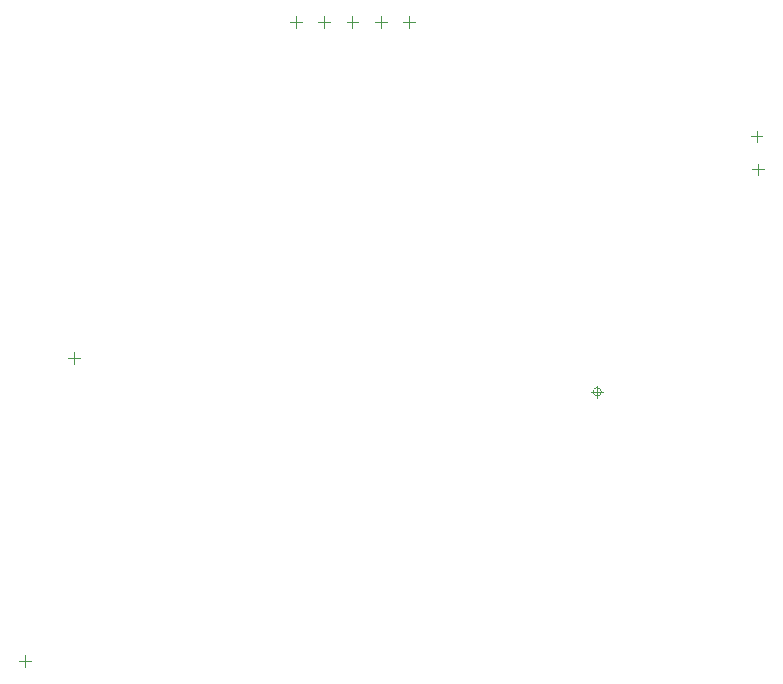
<source format=gbr>
%TF.GenerationSoftware,Altium Limited,Altium Designer,23.1.1 (15)*%
G04 Layer_Color=8388736*
%FSLAX45Y45*%
%MOMM*%
%TF.SameCoordinates,8C37DE4A-61E0-4A85-99FC-D0A1A2E6B02F*%
%TF.FilePolarity,Positive*%
%TF.FileFunction,Other,Bottom_Component_Center*%
%TF.Part,Single*%
G01*
G75*
%TA.AperFunction,NonConductor*%
%ADD148C,0.10000*%
%ADD250C,0.05000*%
D148*
X3097530Y6833400D02*
Y6933400D01*
X3047530Y6883400D02*
X3147530D01*
X516420Y1473200D02*
X616420D01*
X566420Y1423200D02*
Y1523200D01*
X980440Y3993680D02*
Y4093680D01*
X930440Y4043680D02*
X1030440D01*
X3287560Y6883400D02*
X3387560D01*
X3337560Y6833400D02*
Y6933400D01*
X6719100Y5636260D02*
X6819100D01*
X6769100Y5586260D02*
Y5686260D01*
X6708940Y5915660D02*
X6808940D01*
X6758940Y5865660D02*
Y5965660D01*
X3767620Y6883400D02*
X3867620D01*
X3817620Y6833400D02*
Y6933400D01*
X3527590Y6883400D02*
X3627590D01*
X3577590Y6833400D02*
Y6933400D01*
X2807500Y6883400D02*
X2907500D01*
X2857500Y6833400D02*
Y6933400D01*
D250*
X5444700Y3753945D02*
G03*
X5444700Y3753945I-35000J0D01*
G01*
X5409700Y3703945D02*
Y3803945D01*
X5359700Y3753945D02*
X5459700D01*
%TF.MD5,b4952bdb8386fa437b884319d4f82528*%
M02*

</source>
